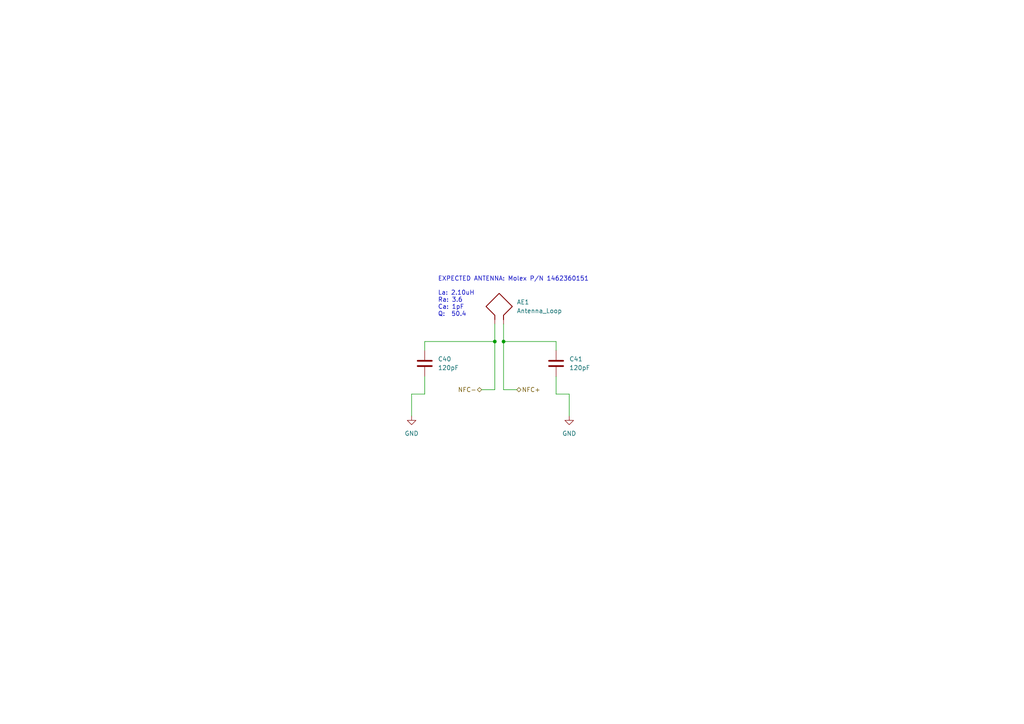
<source format=kicad_sch>
(kicad_sch (version 20230121) (generator eeschema)
  (paper "A4")
  (title_block (title "NFC Antenna") (rev "A") (company "Matthew Mirvish") (comment 1 "MWatch -- a cool smartwatch"))
  (lib_symbols
    (symbol "Device:Antenna_Loop" (pin_numbers hide) (pin_names (offset 1.016) hide)
      (property "Reference" "AE" (at 1.27 6.35 0))
      (property "Value" "Antenna_Loop" (at 1.27 5.08 0))
      (symbol "Antenna_Loop_0_1"
        (polyline (pts (xy 2.54 -3.81) (xy 2.54 -2.54) (xy 5.08 0) (xy 1.27 3.81) (xy -2.54 0) (xy 0 -2.54) (xy 0 -3.81)) (stroke (width 0.254)))
      )
      (symbol "Antenna_Loop_1_1"
        (pin input line (at 0 -5.08 90) (length 2.54) (name "~") (number "1"))
        (pin input line (at 2.54 -5.08 90) (length 2.54) (name "~") (number "2"))
      )
    )
    (symbol "Device:C" (pin_numbers hide) (pin_names (offset 0.254))
      (property "Reference" "C" (at 0.635 2.54 0))
      (property "Value" "C" (at 0.635 -2.54 0))
      (symbol "C_0_1"
        (polyline (pts (xy -2.032 -0.762) (xy 2.032 -0.762)) (stroke (width 0.508)))
        (polyline (pts (xy -2.032 0.762) (xy 2.032 0.762)) (stroke (width 0.508)))
      )
      (symbol "C_1_1"
        (pin passive line (at 0 3.81 270) (length 2.794) (name "~") (number "1"))
        (pin passive line (at 0 -3.81 90) (length 2.794) (name "~") (number "2"))
      )
    )
    (symbol "power:GND" (power) (pin_names (offset 0))
      (property "Value" "GND" (at 0 -3.81 0))
      (symbol "GND_0_1"
        (polyline (pts (xy 0 0) (xy 0 -1.27) (xy 1.27 -1.27) (xy 0 -2.54) (xy -1.27 -1.27) (xy 0 -1.27)))
      )
      (symbol "GND_1_1"
        (pin power_in line (at 0 0 270) (length 0) hide (name "GND") (number "1"))
      )
    )
  )
  (junction (at 146.05 99.06))
  (junction (at 143.51 99.06))
  (wire (pts (xy 161.29 114.3) (xy 165.1 114.3)))
  (wire (pts (xy 146.05 99.06) (xy 146.05 113.03)))
  (wire (pts (xy 165.1 114.3) (xy 165.1 120.65)))
  (wire (pts (xy 146.05 113.03) (xy 149.86 113.03)))
  (wire (pts (xy 123.19 99.06) (xy 143.51 99.06)))
  (wire (pts (xy 123.19 101.6) (xy 123.19 99.06)))
  (wire (pts (xy 146.05 99.06) (xy 161.29 99.06)))
  (wire (pts (xy 143.51 113.03) (xy 143.51 99.06)))
  (wire (pts (xy 146.05 93.98) (xy 146.05 99.06)))
  (wire (pts (xy 161.29 101.6) (xy 161.29 99.06)))
  (wire (pts (xy 139.7 113.03) (xy 143.51 113.03)))
  (wire (pts (xy 119.38 114.3) (xy 123.19 114.3)))
  (wire (pts (xy 123.19 114.3) (xy 123.19 109.22)))
  (wire (pts (xy 143.51 99.06) (xy 143.51 93.98)))
  (wire (pts (xy 119.38 114.3) (xy 119.38 120.65)))
  (wire (pts (xy 161.29 109.22) (xy 161.29 114.3)))
  (text "EXPECTED ANTENNA: Molex P/N 1462360151\n\nLa: 2.10uH\nRa: 3.6\nCa: 1pF\nQ:  50.4\n\n" (at 127 93.98 0) (effects (font (size 1.27 1.27)) (justify left bottom)))
  (hierarchical_label "NFC-" (shape bidirectional) (at 139.7 113.03 180))
  (hierarchical_label "NFC+" (shape bidirectional) (at 149.86 113.03 0))
  (symbol (lib_id "power:GND") (at 165.1 120.65 0) (unit 1)
    (property "Reference" "#PWR048" (effects hide))
    (property "Value" "GND" (at 165.1 125.73 0))
  )
  (symbol (lib_id "Device:C") (at 161.29 105.41 0) (unit 1)
    (property "Reference" "C41" (at 165.1 104.1399 0) (effects (justify left)))
    (property "Value" "120pF" (at 165.1 106.6799 0) (effects (justify left)))
    (property "Footprint" "Capacitor_SMD:C_0201_0603Metric" (effects hide))
    (property "Description" "CAP CERM 120pF +/- 5% 50V C0G/NP0 0201" (effects hide))
    (property "MPN" "GRM0335C1H121JA01J" (effects hide))
  )
  (symbol (lib_id "power:GND") (at 119.38 120.65 0) (unit 1)
    (property "Reference" "#PWR047" (effects hide))
    (property "Value" "GND" (at 119.38 125.73 0))
  )
  (symbol (lib_id "Device:C") (at 123.19 105.41 0) (unit 1)
    (property "Reference" "C40" (at 127 104.1399 0) (effects (justify left)))
    (property "Value" "120pF" (at 127 106.6799 0) (effects (justify left)))
    (property "Footprint" "Capacitor_SMD:C_0201_0603Metric" (effects hide))
    (property "Description" "CAP CERM 120pF +/- 5% 50V C0G/NP0 0201" (effects hide))
    (property "MPN" "GRM0335C1H121JA01J" (effects hide))
  )
  (symbol (lib_id "Device:Antenna_Loop") (at 143.51 88.9 0) (unit 1)
    (property "Reference" "AE1" (at 149.86 87.6299 0) (effects (justify left)))
    (property "Value" "Antenna_Loop" (at 149.86 90.1699 0) (effects (justify left)))
    (property "Footprint" "TerminalBlock_TE-Connectivity:TerminalBlock_TE_282834-2_1x02_P2.54mm_Horizontal" (effects hide))
    (property "Description" "TERM BLK 2P SIDE ENT 2.54MM" (effects hide))
  )
)
</source>
